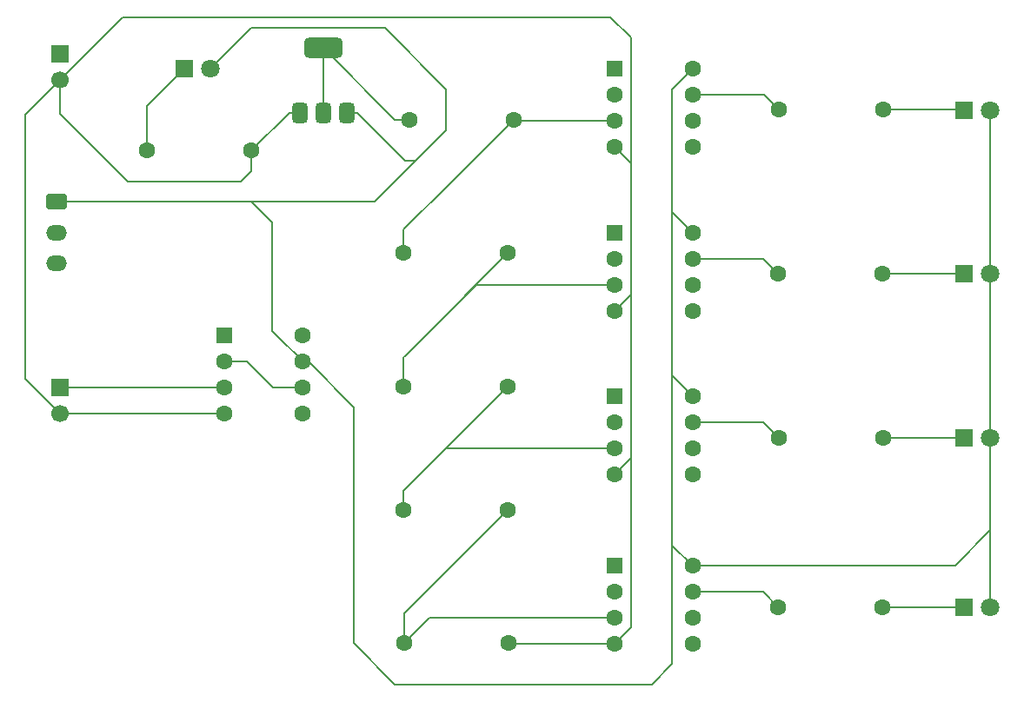
<source format=gbr>
%TF.GenerationSoftware,KiCad,Pcbnew,9.0.4*%
%TF.CreationDate,2025-10-16T13:31:45+09:00*%
%TF.ProjectId,HAM_Seminiar_Opamp,48414d5f-5365-46d6-996e-6961725f4f70,rev?*%
%TF.SameCoordinates,Original*%
%TF.FileFunction,Copper,L1,Top*%
%TF.FilePolarity,Positive*%
%FSLAX46Y46*%
G04 Gerber Fmt 4.6, Leading zero omitted, Abs format (unit mm)*
G04 Created by KiCad (PCBNEW 9.0.4) date 2025-10-16 13:31:45*
%MOMM*%
%LPD*%
G01*
G04 APERTURE LIST*
G04 Aperture macros list*
%AMRoundRect*
0 Rectangle with rounded corners*
0 $1 Rounding radius*
0 $2 $3 $4 $5 $6 $7 $8 $9 X,Y pos of 4 corners*
0 Add a 4 corners polygon primitive as box body*
4,1,4,$2,$3,$4,$5,$6,$7,$8,$9,$2,$3,0*
0 Add four circle primitives for the rounded corners*
1,1,$1+$1,$2,$3*
1,1,$1+$1,$4,$5*
1,1,$1+$1,$6,$7*
1,1,$1+$1,$8,$9*
0 Add four rect primitives between the rounded corners*
20,1,$1+$1,$2,$3,$4,$5,0*
20,1,$1+$1,$4,$5,$6,$7,0*
20,1,$1+$1,$6,$7,$8,$9,0*
20,1,$1+$1,$8,$9,$2,$3,0*%
G04 Aperture macros list end*
%TA.AperFunction,ComponentPad*%
%ADD10R,1.800000X1.800000*%
%TD*%
%TA.AperFunction,ComponentPad*%
%ADD11C,1.800000*%
%TD*%
%TA.AperFunction,ComponentPad*%
%ADD12RoundRect,0.250000X-0.550000X-0.550000X0.550000X-0.550000X0.550000X0.550000X-0.550000X0.550000X0*%
%TD*%
%TA.AperFunction,ComponentPad*%
%ADD13C,1.600000*%
%TD*%
%TA.AperFunction,ComponentPad*%
%ADD14R,1.700000X1.700000*%
%TD*%
%TA.AperFunction,ComponentPad*%
%ADD15C,1.700000*%
%TD*%
%TA.AperFunction,ComponentPad*%
%ADD16RoundRect,0.250001X-0.759999X0.499999X-0.759999X-0.499999X0.759999X-0.499999X0.759999X0.499999X0*%
%TD*%
%TA.AperFunction,ComponentPad*%
%ADD17O,2.020000X1.500000*%
%TD*%
%TA.AperFunction,SMDPad,CuDef*%
%ADD18RoundRect,0.375000X0.375000X-0.625000X0.375000X0.625000X-0.375000X0.625000X-0.375000X-0.625000X0*%
%TD*%
%TA.AperFunction,SMDPad,CuDef*%
%ADD19RoundRect,0.500000X1.400000X-0.500000X1.400000X0.500000X-1.400000X0.500000X-1.400000X-0.500000X0*%
%TD*%
%TA.AperFunction,Conductor*%
%ADD20C,0.200000*%
%TD*%
G04 APERTURE END LIST*
D10*
%TO.P,D1,1,K*%
%TO.N,Net-(D1-K)*%
X164460000Y-76080000D03*
D11*
%TO.P,D1,2,A*%
%TO.N,+3V0*%
X167000000Y-76080000D03*
%TD*%
D12*
%TO.P,U1,1,NULL*%
%TO.N,unconnected-(U1-NULL-Pad1)*%
X92380000Y-98000000D03*
D13*
%TO.P,U1,2,-*%
%TO.N,Net-(U1--)*%
X92380000Y-100540000D03*
%TO.P,U1,3,+*%
%TO.N,Net-(J1-Pin_1)*%
X92380000Y-103080000D03*
%TO.P,U1,4,V-*%
%TO.N,GND*%
X92380000Y-105620000D03*
%TO.P,U1,5,NULL*%
%TO.N,unconnected-(U1-NULL-Pad5)*%
X100000000Y-105620000D03*
%TO.P,U1,6*%
%TO.N,Net-(U1--)*%
X100000000Y-103080000D03*
%TO.P,U1,7,V+*%
%TO.N,+3V0*%
X100000000Y-100540000D03*
%TO.P,U1,8,NC*%
%TO.N,unconnected-(U1-NC-Pad8)*%
X100000000Y-98000000D03*
%TD*%
%TO.P,R10,1*%
%TO.N,GND*%
X95000000Y-80000000D03*
%TO.P,R10,2*%
%TO.N,Net-(D5-K)*%
X84840000Y-80000000D03*
%TD*%
%TO.P,R2,1*%
%TO.N,Net-(U3--)*%
X109840000Y-90000000D03*
%TO.P,R2,2*%
%TO.N,Net-(U5--)*%
X120000000Y-90000000D03*
%TD*%
%TO.P,R3,1*%
%TO.N,Net-(U5--)*%
X109840000Y-103000000D03*
%TO.P,R3,2*%
%TO.N,Net-(U4--)*%
X120000000Y-103000000D03*
%TD*%
D10*
%TO.P,D4,1,K*%
%TO.N,Net-(D4-K)*%
X164460000Y-124460000D03*
D11*
%TO.P,D4,2,A*%
%TO.N,+3V0*%
X167000000Y-124460000D03*
%TD*%
D13*
%TO.P,R9,1*%
%TO.N,Net-(R9-Pad1)*%
X146300000Y-124460000D03*
%TO.P,R9,2*%
%TO.N,Net-(D4-K)*%
X156460000Y-124460000D03*
%TD*%
D10*
%TO.P,D2,1,K*%
%TO.N,Net-(D2-K)*%
X164460000Y-92000000D03*
D11*
%TO.P,D2,2,A*%
%TO.N,+3V0*%
X167000000Y-92000000D03*
%TD*%
D13*
%TO.P,R6,1*%
%TO.N,Net-(R6-Pad1)*%
X146380000Y-76000000D03*
%TO.P,R6,2*%
%TO.N,Net-(D1-K)*%
X156540000Y-76000000D03*
%TD*%
%TO.P,R7,1*%
%TO.N,Net-(R7-Pad1)*%
X146300000Y-92000000D03*
%TO.P,R7,2*%
%TO.N,Net-(D2-K)*%
X156460000Y-92000000D03*
%TD*%
D14*
%TO.P,J1,1,Pin_1*%
%TO.N,Net-(J1-Pin_1)*%
X76380000Y-103080000D03*
D15*
%TO.P,J1,2,Pin_2*%
%TO.N,GND*%
X76380000Y-105620000D03*
%TD*%
D12*
%TO.P,U3,1,GND*%
%TO.N,unconnected-(U3-GND-Pad1)*%
X130380000Y-72000000D03*
D13*
%TO.P,U3,2,+*%
%TO.N,Net-(U1--)*%
X130380000Y-74540000D03*
%TO.P,U3,3,-*%
%TO.N,Net-(U3--)*%
X130380000Y-77080000D03*
%TO.P,U3,4,V-*%
%TO.N,GND*%
X130380000Y-79620000D03*
%TO.P,U3,5,BAL*%
%TO.N,unconnected-(U3-BAL-Pad5)*%
X138000000Y-79620000D03*
%TO.P,U3,6,STRB*%
%TO.N,unconnected-(U3-STRB-Pad6)*%
X138000000Y-77080000D03*
%TO.P,U3,7*%
%TO.N,Net-(R6-Pad1)*%
X138000000Y-74540000D03*
%TO.P,U3,8,V+*%
%TO.N,+3V0*%
X138000000Y-72000000D03*
%TD*%
%TO.P,R5,1*%
%TO.N,Net-(U6--)*%
X109920000Y-128000000D03*
%TO.P,R5,2*%
%TO.N,GND*%
X120080000Y-128000000D03*
%TD*%
D12*
%TO.P,U5,1,GND*%
%TO.N,unconnected-(U5-GND-Pad1)*%
X130380000Y-88000000D03*
D13*
%TO.P,U5,2,+*%
%TO.N,Net-(U1--)*%
X130380000Y-90540000D03*
%TO.P,U5,3,-*%
%TO.N,Net-(U5--)*%
X130380000Y-93080000D03*
%TO.P,U5,4,V-*%
%TO.N,GND*%
X130380000Y-95620000D03*
%TO.P,U5,5,BAL*%
%TO.N,unconnected-(U5-BAL-Pad5)*%
X138000000Y-95620000D03*
%TO.P,U5,6,STRB*%
%TO.N,unconnected-(U5-STRB-Pad6)*%
X138000000Y-93080000D03*
%TO.P,U5,7*%
%TO.N,Net-(R7-Pad1)*%
X138000000Y-90540000D03*
%TO.P,U5,8,V+*%
%TO.N,+3V0*%
X138000000Y-88000000D03*
%TD*%
%TO.P,R1,1*%
%TO.N,Net-(U2-VO)*%
X110380000Y-77000000D03*
%TO.P,R1,2*%
%TO.N,Net-(U3--)*%
X120540000Y-77000000D03*
%TD*%
%TO.P,R8,1*%
%TO.N,Net-(R8-Pad1)*%
X146380000Y-108000000D03*
%TO.P,R8,2*%
%TO.N,Net-(D3-K)*%
X156540000Y-108000000D03*
%TD*%
D12*
%TO.P,U4,1,GND*%
%TO.N,unconnected-(U4-GND-Pad1)*%
X130380000Y-103920000D03*
D13*
%TO.P,U4,2,+*%
%TO.N,Net-(U1--)*%
X130380000Y-106460000D03*
%TO.P,U4,3,-*%
%TO.N,Net-(U4--)*%
X130380000Y-109000000D03*
%TO.P,U4,4,V-*%
%TO.N,GND*%
X130380000Y-111540000D03*
%TO.P,U4,5,BAL*%
%TO.N,unconnected-(U4-BAL-Pad5)*%
X138000000Y-111540000D03*
%TO.P,U4,6,STRB*%
%TO.N,unconnected-(U4-STRB-Pad6)*%
X138000000Y-109000000D03*
%TO.P,U4,7*%
%TO.N,Net-(R8-Pad1)*%
X138000000Y-106460000D03*
%TO.P,U4,8,V+*%
%TO.N,+3V0*%
X138000000Y-103920000D03*
%TD*%
D16*
%TO.P,SW1,1,A*%
%TO.N,+3V0*%
X76040000Y-85000000D03*
D17*
%TO.P,SW1,2,B*%
%TO.N,Net-(BT1-+)*%
X76040000Y-88000000D03*
%TO.P,SW1,3,C*%
%TO.N,unconnected-(SW1-C-Pad3)*%
X76040000Y-91000000D03*
%TD*%
D12*
%TO.P,U6,1,GND*%
%TO.N,unconnected-(U6-GND-Pad1)*%
X130380000Y-120460000D03*
D13*
%TO.P,U6,2,+*%
%TO.N,Net-(U1--)*%
X130380000Y-123000000D03*
%TO.P,U6,3,-*%
%TO.N,Net-(U6--)*%
X130380000Y-125540000D03*
%TO.P,U6,4,V-*%
%TO.N,GND*%
X130380000Y-128080000D03*
%TO.P,U6,5,BAL*%
%TO.N,unconnected-(U6-BAL-Pad5)*%
X138000000Y-128080000D03*
%TO.P,U6,6,STRB*%
%TO.N,unconnected-(U6-STRB-Pad6)*%
X138000000Y-125540000D03*
%TO.P,U6,7*%
%TO.N,Net-(R9-Pad1)*%
X138000000Y-123000000D03*
%TO.P,U6,8,V+*%
%TO.N,+3V0*%
X138000000Y-120460000D03*
%TD*%
D10*
%TO.P,D5,1,K*%
%TO.N,Net-(D5-K)*%
X88460000Y-72000000D03*
D11*
%TO.P,D5,2,A*%
%TO.N,+3V0*%
X91000000Y-72000000D03*
%TD*%
D14*
%TO.P,BT1,1,+*%
%TO.N,Net-(BT1-+)*%
X76380000Y-70540000D03*
D15*
%TO.P,BT1,2,-*%
%TO.N,GND*%
X76380000Y-73080000D03*
%TD*%
D10*
%TO.P,D3,1,K*%
%TO.N,Net-(D3-K)*%
X164460000Y-108000000D03*
D11*
%TO.P,D3,2,A*%
%TO.N,+3V0*%
X167000000Y-108000000D03*
%TD*%
D13*
%TO.P,R4,1*%
%TO.N,Net-(U4--)*%
X109840000Y-115000000D03*
%TO.P,R4,2*%
%TO.N,Net-(U6--)*%
X120000000Y-115000000D03*
%TD*%
D18*
%TO.P,U2,1,GND*%
%TO.N,GND*%
X99700000Y-76300000D03*
%TO.P,U2,2,VO*%
%TO.N,Net-(U2-VO)*%
X102000000Y-76300000D03*
D19*
X102000000Y-70000000D03*
D18*
%TO.P,U2,3,VI*%
%TO.N,+3V0*%
X104300000Y-76300000D03*
%TD*%
D20*
%TO.N,+3V0*%
X136000000Y-83000000D02*
X136000000Y-84000000D01*
X163540000Y-120460000D02*
X167000000Y-117000000D01*
X95000000Y-68000000D02*
X91000000Y-72000000D01*
X167000000Y-117000000D02*
X167000000Y-124460000D01*
X138000000Y-120460000D02*
X163540000Y-120460000D01*
X109000000Y-132000000D02*
X134000000Y-132000000D01*
X134000000Y-132000000D02*
X136000000Y-130000000D01*
X114000000Y-74000000D02*
X108000000Y-68000000D01*
X92000000Y-85000000D02*
X95000000Y-85000000D01*
X136000000Y-118460000D02*
X136000000Y-115000000D01*
X110000000Y-81000000D02*
X111000000Y-81000000D01*
X136000000Y-74000000D02*
X138000000Y-72000000D01*
X100460000Y-101000000D02*
X100000000Y-100540000D01*
X100000000Y-100540000D02*
X100540000Y-100540000D01*
X108000000Y-68000000D02*
X95000000Y-68000000D01*
X76040000Y-85000000D02*
X92000000Y-85000000D01*
X138000000Y-88000000D02*
X136000000Y-86000000D01*
X114000000Y-78000000D02*
X114000000Y-74000000D01*
X136000000Y-115000000D02*
X136000000Y-102000000D01*
X105300000Y-76300000D02*
X110000000Y-81000000D01*
X136000000Y-83000000D02*
X136000000Y-74000000D01*
X104300000Y-76300000D02*
X105300000Y-76300000D01*
X167000000Y-76080000D02*
X167000000Y-117000000D01*
X111000000Y-81000000D02*
X114000000Y-78000000D01*
X107000000Y-85000000D02*
X111000000Y-81000000D01*
X136000000Y-102000000D02*
X136000000Y-86000000D01*
X95000000Y-85000000D02*
X97000000Y-87000000D01*
X105000000Y-105000000D02*
X105000000Y-128000000D01*
X92000000Y-85000000D02*
X107000000Y-85000000D01*
X136080000Y-102000000D02*
X138000000Y-103920000D01*
X136000000Y-86000000D02*
X136000000Y-83000000D01*
X136000000Y-130000000D02*
X136000000Y-115000000D01*
X105000000Y-128000000D02*
X109000000Y-132000000D01*
X97000000Y-97540000D02*
X100460000Y-101000000D01*
X97000000Y-87000000D02*
X97000000Y-97540000D01*
X138000000Y-120460000D02*
X136000000Y-118460000D01*
X100540000Y-100540000D02*
X105000000Y-105000000D01*
X136000000Y-102000000D02*
X136080000Y-102000000D01*
%TO.N,GND*%
X132000000Y-81240000D02*
X132000000Y-69000000D01*
X76380000Y-76380000D02*
X83000000Y-83000000D01*
X132000000Y-109920000D02*
X130380000Y-111540000D01*
X132000000Y-69000000D02*
X130000000Y-67000000D01*
X73000000Y-76460000D02*
X73000000Y-102240000D01*
X76380000Y-105620000D02*
X92380000Y-105620000D01*
X98700000Y-76300000D02*
X99700000Y-76300000D01*
X95000000Y-80000000D02*
X98700000Y-76300000D01*
X82460000Y-67000000D02*
X76380000Y-73080000D01*
X132000000Y-126460000D02*
X130380000Y-128080000D01*
X120160000Y-128080000D02*
X120080000Y-128000000D01*
X130380000Y-79620000D02*
X132000000Y-81240000D01*
X73000000Y-102240000D02*
X76380000Y-105620000D01*
X95000000Y-82000000D02*
X95000000Y-80000000D01*
X94000000Y-83000000D02*
X95000000Y-82000000D01*
X132000000Y-94000000D02*
X130380000Y-95620000D01*
X132000000Y-94000000D02*
X132000000Y-109920000D01*
X83000000Y-83000000D02*
X94000000Y-83000000D01*
X132000000Y-109920000D02*
X132000000Y-126460000D01*
X130000000Y-67000000D02*
X82460000Y-67000000D01*
X130380000Y-128080000D02*
X120160000Y-128080000D01*
X76380000Y-73080000D02*
X73000000Y-76460000D01*
X132000000Y-81240000D02*
X132000000Y-94000000D01*
X76380000Y-73080000D02*
X76380000Y-76380000D01*
%TO.N,Net-(D1-K)*%
X164380000Y-76000000D02*
X164460000Y-76080000D01*
X156540000Y-76000000D02*
X164380000Y-76000000D01*
%TO.N,Net-(D2-K)*%
X156460000Y-92000000D02*
X164460000Y-92000000D01*
%TO.N,Net-(D3-K)*%
X156540000Y-108000000D02*
X164460000Y-108000000D01*
%TO.N,Net-(D4-K)*%
X156460000Y-124460000D02*
X164460000Y-124460000D01*
%TO.N,Net-(U3--)*%
X109840000Y-90000000D02*
X109840000Y-87700000D01*
X120460000Y-77080000D02*
X114270000Y-83270000D01*
X109840000Y-87700000D02*
X114270000Y-83270000D01*
X114270000Y-83270000D02*
X120540000Y-77000000D01*
X130380000Y-77080000D02*
X120460000Y-77080000D01*
%TO.N,Net-(U2-VO)*%
X102000000Y-70000000D02*
X102000000Y-76300000D01*
X109000000Y-77000000D02*
X102000000Y-70000000D01*
X110380000Y-77000000D02*
X109000000Y-77000000D01*
%TO.N,Net-(U1--)*%
X92380000Y-100540000D02*
X94540000Y-100540000D01*
X94540000Y-100540000D02*
X97080000Y-103080000D01*
X97080000Y-103080000D02*
X100000000Y-103080000D01*
%TO.N,Net-(U6--)*%
X109920000Y-128000000D02*
X109920000Y-125080000D01*
X109920000Y-125080000D02*
X120000000Y-115000000D01*
X112380000Y-125540000D02*
X109920000Y-128000000D01*
X130380000Y-125540000D02*
X112380000Y-125540000D01*
%TO.N,Net-(R6-Pad1)*%
X144920000Y-74540000D02*
X146380000Y-76000000D01*
X138000000Y-74540000D02*
X144920000Y-74540000D01*
%TO.N,Net-(R7-Pad1)*%
X138000000Y-90540000D02*
X144840000Y-90540000D01*
X144840000Y-90540000D02*
X146300000Y-92000000D01*
%TO.N,Net-(R8-Pad1)*%
X144840000Y-106460000D02*
X146380000Y-108000000D01*
X138000000Y-106460000D02*
X144840000Y-106460000D01*
%TO.N,Net-(R9-Pad1)*%
X138000000Y-123000000D02*
X144840000Y-123000000D01*
X144840000Y-123000000D02*
X146300000Y-124460000D01*
%TO.N,Net-(J1-Pin_1)*%
X92380000Y-103080000D02*
X76380000Y-103080000D01*
%TO.N,Net-(U5--)*%
X109840000Y-100160000D02*
X110000000Y-100000000D01*
X130380000Y-93080000D02*
X116920000Y-93080000D01*
X110000000Y-100000000D02*
X120000000Y-90000000D01*
X116920000Y-93080000D02*
X110000000Y-100000000D01*
X109840000Y-103000000D02*
X109840000Y-100160000D01*
%TO.N,Net-(U4--)*%
X130380000Y-109000000D02*
X114000000Y-109000000D01*
X114000000Y-109000000D02*
X110500000Y-112500000D01*
X109840000Y-113160000D02*
X110500000Y-112500000D01*
X110500000Y-112500000D02*
X120000000Y-103000000D01*
X109840000Y-115000000D02*
X109840000Y-113160000D01*
%TO.N,Net-(D5-K)*%
X84840000Y-80000000D02*
X84840000Y-75620000D01*
X84840000Y-75620000D02*
X88460000Y-72000000D01*
%TD*%
M02*

</source>
